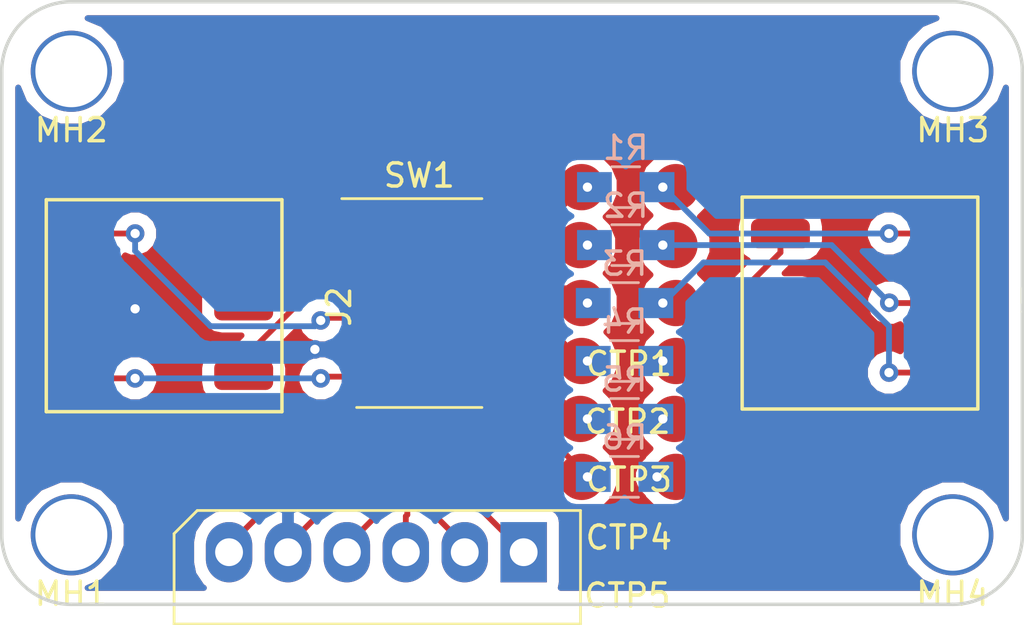
<source format=kicad_pcb>
(kicad_pcb (version 20171130) (host pcbnew "(5.0.0)")

  (general
    (thickness 1.6)
    (drawings 9)
    (tracks 121)
    (zones 0)
    (modules 20)
    (nets 19)
  )

  (page A4)
  (layers
    (0 F.Cu signal)
    (31 B.Cu signal)
    (32 B.Adhes user)
    (33 F.Adhes user)
    (34 B.Paste user)
    (35 F.Paste user)
    (36 B.SilkS user)
    (37 F.SilkS user hide)
    (38 B.Mask user)
    (39 F.Mask user)
    (40 Dwgs.User user)
    (41 Cmts.User user)
    (42 Eco1.User user)
    (43 Eco2.User user)
    (44 Edge.Cuts user)
    (45 Margin user)
    (46 B.CrtYd user)
    (47 F.CrtYd user hide)
    (48 B.Fab user)
    (49 F.Fab user hide)
  )

  (setup
    (last_trace_width 0.25)
    (trace_clearance 0.2)
    (zone_clearance 0.508)
    (zone_45_only no)
    (trace_min 0.2)
    (segment_width 0.2)
    (edge_width 0.15)
    (via_size 0.8)
    (via_drill 0.4)
    (via_min_size 0.4)
    (via_min_drill 0.3)
    (uvia_size 0.3)
    (uvia_drill 0.1)
    (uvias_allowed no)
    (uvia_min_size 0.2)
    (uvia_min_drill 0.1)
    (pcb_text_width 0.3)
    (pcb_text_size 1.5 1.5)
    (mod_edge_width 0.15)
    (mod_text_size 1 1)
    (mod_text_width 0.15)
    (pad_size 1.524 1.524)
    (pad_drill 0.762)
    (pad_to_mask_clearance 0.2)
    (aux_axis_origin 0 0)
    (visible_elements 7FFFFFDF)
    (pcbplotparams
      (layerselection 0x010fc_ffffffff)
      (usegerberextensions false)
      (usegerberattributes false)
      (usegerberadvancedattributes false)
      (creategerberjobfile false)
      (excludeedgelayer true)
      (linewidth 0.100000)
      (plotframeref false)
      (viasonmask false)
      (mode 1)
      (useauxorigin false)
      (hpglpennumber 1)
      (hpglpenspeed 20)
      (hpglpendiameter 15.000000)
      (psnegative false)
      (psa4output false)
      (plotreference true)
      (plotvalue true)
      (plotinvisibletext false)
      (padsonsilk false)
      (subtractmaskfromsilk false)
      (outputformat 1)
      (mirror false)
      (drillshape 1)
      (scaleselection 1)
      (outputdirectory ""))
  )

  (net 0 "")
  (net 1 IN_6)
  (net 2 IN_5)
  (net 3 IN_4)
  (net 4 IN_3)
  (net 5 IN_2)
  (net 6 IN_1)
  (net 7 OUT_1)
  (net 8 OUT_2)
  (net 9 OUT_3)
  (net 10 OUT_4)
  (net 11 OUT_5)
  (net 12 OUT_6)
  (net 13 HI_1)
  (net 14 HI_2)
  (net 15 HI_3)
  (net 16 HI_4)
  (net 17 HI_5)
  (net 18 HI_6)

  (net_class Default "This is the default net class."
    (clearance 0.2)
    (trace_width 0.25)
    (via_dia 0.8)
    (via_drill 0.4)
    (uvia_dia 0.3)
    (uvia_drill 0.1)
    (add_net HI_1)
    (add_net HI_2)
    (add_net HI_3)
    (add_net HI_4)
    (add_net HI_5)
    (add_net HI_6)
    (add_net IN_1)
    (add_net IN_2)
    (add_net IN_3)
    (add_net IN_4)
    (add_net IN_5)
    (add_net IN_6)
    (add_net OUT_1)
    (add_net OUT_2)
    (add_net OUT_3)
    (add_net OUT_4)
    (add_net OUT_5)
    (add_net OUT_6)
  )

  (module Connectors_Molex:Molex_SPOX-5267_22-03-5065_06x2.54mm_Straight (layer F.Cu) (tedit 588F20AE) (tstamp 5BAF7709)
    (at 46.5 47.75 180)
    (descr "Connector Headers with Friction Lock, 22-03-5065, http://www.molex.com/pdm_docs/ps/PS-5264-001-001.pdf")
    (tags "connector molex SPOX 5267 22-03-5065")
    (path /5BACFFCB)
    (fp_text reference J1 (at 6.35 -3.81 180) (layer F.SilkS)
      (effects (font (size 1 1) (thickness 0.15)))
    )
    (fp_text value Conn_01x06_Male (at 6.35 2.54 180) (layer F.Fab)
      (effects (font (size 1 1) (thickness 0.15)))
    )
    (fp_line (start -2.35 -3) (end -2.35 1.7) (layer F.Fab) (width 0.1))
    (fp_line (start -2.35 1.7) (end 13.97 1.7) (layer F.Fab) (width 0.1))
    (fp_line (start 13.97 1.7) (end 14.97 0.7) (layer F.Fab) (width 0.1))
    (fp_line (start 14.97 0.7) (end 14.97 -3) (layer F.Fab) (width 0.1))
    (fp_line (start 14.97 -3) (end -2.35 -3) (layer F.Fab) (width 0.1))
    (fp_line (start 15.12 1.85) (end -2.5 1.85) (layer F.CrtYd) (width 0.05))
    (fp_line (start 15.12 -3.15) (end 15.12 1.85) (layer F.CrtYd) (width 0.05))
    (fp_line (start -2.5 -3.15) (end 15.12 -3.15) (layer F.CrtYd) (width 0.05))
    (fp_line (start -2.5 1.85) (end -2.5 -3.15) (layer F.CrtYd) (width 0.05))
    (fp_line (start 15.07 -3.1) (end -2.45 -3.1) (layer F.SilkS) (width 0.12))
    (fp_line (start 15.07 0.8) (end 15.07 -3.1) (layer F.SilkS) (width 0.12))
    (fp_line (start -2.45 1.8) (end 14.07 1.8) (layer F.SilkS) (width 0.12))
    (fp_line (start -2.45 -3.1) (end -2.45 1.8) (layer F.SilkS) (width 0.12))
    (fp_line (start 14.07 1.8) (end 15.07 0.8) (layer F.SilkS) (width 0.12))
    (pad 6 thru_hole oval (at 12.7 0 180) (size 2 2.6) (drill 1.2) (layers *.Cu *.Mask)
      (net 1 IN_6))
    (pad 5 thru_hole oval (at 10.16 0 180) (size 2 2.6) (drill 1.2) (layers *.Cu *.Mask)
      (net 2 IN_5))
    (pad 4 thru_hole oval (at 7.62 0 180) (size 2 2.6) (drill 1.2) (layers *.Cu *.Mask)
      (net 3 IN_4))
    (pad 3 thru_hole oval (at 5.08 0 180) (size 2 2.6) (drill 1.2) (layers *.Cu *.Mask)
      (net 4 IN_3))
    (pad 2 thru_hole oval (at 2.54 0 180) (size 2 2.6) (drill 1.2) (layers *.Cu *.Mask)
      (net 5 IN_2))
    (pad 1 thru_hole rect (at 0 0 180) (size 2 2.6) (drill 1.2) (layers *.Cu *.Mask)
      (net 6 IN_1))
    (model ${KISYS3DMOD}/Connectors_Molex.3dshapes/Molex_SPOX-5267_22-03-5065_06x2.54mm_Straight.wrl
      (offset (xyz 6.349999904632568 0.5999987909889222 2.899994156446457))
      (scale (xyz 1 1 1))
      (rotate (xyz -90 0 180))
    )
  )

  (module Buttons_Switches_SMD:SW_DIP_x6_W5.08mm_Slide_Copal_CHS-A (layer F.Cu) (tedit 59AC4BEE) (tstamp 5BAF7743)
    (at 42 37)
    (descr "6x-dip-switch, Slide, row spacing 5.08 mm (200 mils), Copal_CHS-A")
    (tags "DIP Switch Slide 5.08mm 200mil Copal_CHS-A")
    (path /5BACFE40)
    (attr smd)
    (fp_text reference SW1 (at 0 -5.505) (layer F.SilkS)
      (effects (font (size 1 1) (thickness 0.15)))
    )
    (fp_text value SW_DIP_x06 (at 0 5.505) (layer F.Fab)
      (effects (font (size 1 1) (thickness 0.15)))
    )
    (fp_text user %R (at 2.1 0 90) (layer F.Fab)
      (effects (font (size 0.8 0.8) (thickness 0.15)))
    )
    (fp_line (start 3.6 -4.8) (end -3.6 -4.8) (layer F.CrtYd) (width 0.05))
    (fp_line (start 3.6 4.8) (end 3.6 -4.8) (layer F.CrtYd) (width 0.05))
    (fp_line (start -3.6 4.8) (end 3.6 4.8) (layer F.CrtYd) (width 0.05))
    (fp_line (start -3.6 -4.8) (end -3.6 4.8) (layer F.CrtYd) (width 0.05))
    (fp_line (start -2.7 4.505) (end 2.7 4.505) (layer F.SilkS) (width 0.12))
    (fp_line (start -3.34 -4.505) (end 2.7 -4.505) (layer F.SilkS) (width 0.12))
    (fp_line (start 0 2.925) (end 0 3.425) (layer F.Fab) (width 0.1))
    (fp_line (start 1.5 2.925) (end -1.5 2.925) (layer F.Fab) (width 0.1))
    (fp_line (start 1.5 3.425) (end 1.5 2.925) (layer F.Fab) (width 0.1))
    (fp_line (start -1.5 3.425) (end 1.5 3.425) (layer F.Fab) (width 0.1))
    (fp_line (start -1.5 2.925) (end -1.5 3.425) (layer F.Fab) (width 0.1))
    (fp_line (start 0 1.655) (end 0 2.155) (layer F.Fab) (width 0.1))
    (fp_line (start 1.5 1.655) (end -1.5 1.655) (layer F.Fab) (width 0.1))
    (fp_line (start 1.5 2.155) (end 1.5 1.655) (layer F.Fab) (width 0.1))
    (fp_line (start -1.5 2.155) (end 1.5 2.155) (layer F.Fab) (width 0.1))
    (fp_line (start -1.5 1.655) (end -1.5 2.155) (layer F.Fab) (width 0.1))
    (fp_line (start 0 0.385) (end 0 0.885) (layer F.Fab) (width 0.1))
    (fp_line (start 1.5 0.385) (end -1.5 0.385) (layer F.Fab) (width 0.1))
    (fp_line (start 1.5 0.885) (end 1.5 0.385) (layer F.Fab) (width 0.1))
    (fp_line (start -1.5 0.885) (end 1.5 0.885) (layer F.Fab) (width 0.1))
    (fp_line (start -1.5 0.385) (end -1.5 0.885) (layer F.Fab) (width 0.1))
    (fp_line (start 0 -0.885) (end 0 -0.385) (layer F.Fab) (width 0.1))
    (fp_line (start 1.5 -0.885) (end -1.5 -0.885) (layer F.Fab) (width 0.1))
    (fp_line (start 1.5 -0.385) (end 1.5 -0.885) (layer F.Fab) (width 0.1))
    (fp_line (start -1.5 -0.385) (end 1.5 -0.385) (layer F.Fab) (width 0.1))
    (fp_line (start -1.5 -0.885) (end -1.5 -0.385) (layer F.Fab) (width 0.1))
    (fp_line (start 0 -2.155) (end 0 -1.655) (layer F.Fab) (width 0.1))
    (fp_line (start 1.5 -2.155) (end -1.5 -2.155) (layer F.Fab) (width 0.1))
    (fp_line (start 1.5 -1.655) (end 1.5 -2.155) (layer F.Fab) (width 0.1))
    (fp_line (start -1.5 -1.655) (end 1.5 -1.655) (layer F.Fab) (width 0.1))
    (fp_line (start -1.5 -2.155) (end -1.5 -1.655) (layer F.Fab) (width 0.1))
    (fp_line (start 0 -3.425) (end 0 -2.925) (layer F.Fab) (width 0.1))
    (fp_line (start 1.5 -3.425) (end -1.5 -3.425) (layer F.Fab) (width 0.1))
    (fp_line (start 1.5 -2.925) (end 1.5 -3.425) (layer F.Fab) (width 0.1))
    (fp_line (start -1.5 -2.925) (end 1.5 -2.925) (layer F.Fab) (width 0.1))
    (fp_line (start -1.5 -3.425) (end -1.5 -2.925) (layer F.Fab) (width 0.1))
    (fp_line (start -2.7 -3.445) (end -1.7 -4.445) (layer F.Fab) (width 0.1))
    (fp_line (start -2.7 4.445) (end -2.7 -3.445) (layer F.Fab) (width 0.1))
    (fp_line (start 2.7 4.445) (end -2.7 4.445) (layer F.Fab) (width 0.1))
    (fp_line (start 2.7 -4.445) (end 2.7 4.445) (layer F.Fab) (width 0.1))
    (fp_line (start -1.7 -4.445) (end 2.7 -4.445) (layer F.Fab) (width 0.1))
    (pad 12 smd rect (at 2.54 -3.175) (size 1.6 0.76) (layers F.Cu F.Paste F.Mask)
      (net 13 HI_1))
    (pad 6 smd rect (at -2.54 3.175) (size 1.6 0.76) (layers F.Cu F.Paste F.Mask)
      (net 1 IN_6))
    (pad 11 smd rect (at 2.54 -1.905) (size 1.6 0.76) (layers F.Cu F.Paste F.Mask)
      (net 14 HI_2))
    (pad 5 smd rect (at -2.54 1.905) (size 1.6 0.76) (layers F.Cu F.Paste F.Mask)
      (net 2 IN_5))
    (pad 10 smd rect (at 2.54 -0.635) (size 1.6 0.76) (layers F.Cu F.Paste F.Mask)
      (net 15 HI_3))
    (pad 4 smd rect (at -2.54 0.635) (size 1.6 0.76) (layers F.Cu F.Paste F.Mask)
      (net 3 IN_4))
    (pad 9 smd rect (at 2.54 0.635) (size 1.6 0.76) (layers F.Cu F.Paste F.Mask)
      (net 16 HI_4))
    (pad 3 smd rect (at -2.54 -0.635) (size 1.6 0.76) (layers F.Cu F.Paste F.Mask)
      (net 4 IN_3))
    (pad 8 smd rect (at 2.54 1.905) (size 1.6 0.76) (layers F.Cu F.Paste F.Mask)
      (net 17 HI_5))
    (pad 2 smd rect (at -2.54 -1.905) (size 1.6 0.76) (layers F.Cu F.Paste F.Mask)
      (net 5 IN_2))
    (pad 7 smd rect (at 2.54 3.175) (size 1.6 0.76) (layers F.Cu F.Paste F.Mask)
      (net 18 HI_6))
    (pad 1 smd rect (at -2.54 -3.175) (size 1.6 0.76) (layers F.Cu F.Paste F.Mask)
      (net 6 IN_1))
    (model ${KISYS3DMOD}/Buttons_Switches_SMD.3dshapes/SW_DIP_x6_W5.08mm_Slide_Copal_CHS-A.wrl
      (at (xyz 0 0 0))
      (scale (xyz 1 1 1))
      (rotate (xyz 0 0 0))
    )
  )

  (module biomaker:Current_test_point (layer F.Cu) (tedit 5BAD24BF) (tstamp 5BB2DDAF)
    (at 51.032 32)
    (path /5BAD331B)
    (fp_text reference CTP1 (at 0 7.62) (layer F.SilkS)
      (effects (font (size 1 1) (thickness 0.15)))
    )
    (fp_text value current_test (at 0 -9.652) (layer F.Fab)
      (effects (font (size 1 1) (thickness 0.15)))
    )
    (pad 2 smd circle (at 2.032 0) (size 2 2) (layers F.Cu F.Paste F.Mask)
      (net 7 OUT_1))
    (pad 1 smd circle (at -2.032 0) (size 2 2) (layers F.Cu F.Paste F.Mask)
      (net 13 HI_1))
  )

  (module biomaker:Current_test_point (layer F.Cu) (tedit 5BAD24BF) (tstamp 5BB2DDB5)
    (at 50.968 34.5)
    (path /5BAD346F)
    (fp_text reference CTP2 (at 0 7.62) (layer F.SilkS)
      (effects (font (size 1 1) (thickness 0.15)))
    )
    (fp_text value current_test (at 0 -9.652) (layer F.Fab)
      (effects (font (size 1 1) (thickness 0.15)))
    )
    (pad 1 smd circle (at -2.032 0) (size 2 2) (layers F.Cu F.Paste F.Mask)
      (net 14 HI_2))
    (pad 2 smd circle (at 2.032 0) (size 2 2) (layers F.Cu F.Paste F.Mask)
      (net 8 OUT_2))
  )

  (module biomaker:Current_test_point (layer F.Cu) (tedit 5BAD24BF) (tstamp 5BB2DDBB)
    (at 51.032 37)
    (path /5BAD34C3)
    (fp_text reference CTP3 (at 0 7.62) (layer F.SilkS)
      (effects (font (size 1 1) (thickness 0.15)))
    )
    (fp_text value current_test (at 0 -9.652) (layer F.Fab)
      (effects (font (size 1 1) (thickness 0.15)))
    )
    (pad 2 smd circle (at 2.032 0) (size 2 2) (layers F.Cu F.Paste F.Mask)
      (net 9 OUT_3))
    (pad 1 smd circle (at -2.032 0) (size 2 2) (layers F.Cu F.Paste F.Mask)
      (net 15 HI_3))
  )

  (module biomaker:Current_test_point (layer F.Cu) (tedit 5BAD24BF) (tstamp 5BB2DDC1)
    (at 51.032 39.5)
    (path /5BAD3501)
    (fp_text reference CTP4 (at 0 7.62) (layer F.SilkS)
      (effects (font (size 1 1) (thickness 0.15)))
    )
    (fp_text value current_test (at 0 -9.652) (layer F.Fab)
      (effects (font (size 1 1) (thickness 0.15)))
    )
    (pad 1 smd circle (at -2.032 0) (size 2 2) (layers F.Cu F.Paste F.Mask)
      (net 16 HI_4))
    (pad 2 smd circle (at 2.032 0) (size 2 2) (layers F.Cu F.Paste F.Mask)
      (net 10 OUT_4))
  )

  (module biomaker:Current_test_point (layer F.Cu) (tedit 5BAD24BF) (tstamp 5BB2DDC7)
    (at 50.968 42)
    (path /5BAD3541)
    (fp_text reference CTP5 (at 0 7.62) (layer F.SilkS)
      (effects (font (size 1 1) (thickness 0.15)))
    )
    (fp_text value current_test (at 0 -9.652) (layer F.Fab)
      (effects (font (size 1 1) (thickness 0.15)))
    )
    (pad 2 smd circle (at 2.032 0) (size 2 2) (layers F.Cu F.Paste F.Mask)
      (net 11 OUT_5))
    (pad 1 smd circle (at -2.032 0) (size 2 2) (layers F.Cu F.Paste F.Mask)
      (net 17 HI_5))
  )

  (module biomaker:Current_test_point (layer F.Cu) (tedit 5BAD24BF) (tstamp 5BB2DDCD)
    (at 51.032 44.5)
    (path /5BAD358B)
    (fp_text reference CTP6 (at 0 7.62) (layer F.SilkS)
      (effects (font (size 1 1) (thickness 0.15)))
    )
    (fp_text value current_test (at 0 -9.652) (layer F.Fab)
      (effects (font (size 1 1) (thickness 0.15)))
    )
    (pad 1 smd circle (at -2.032 0) (size 2 2) (layers F.Cu F.Paste F.Mask)
      (net 18 HI_6))
    (pad 2 smd circle (at 2.032 0) (size 2 2) (layers F.Cu F.Paste F.Mask)
      (net 12 OUT_6))
  )

  (module biomaker:molex_microfit_3_by_2 (layer F.Cu) (tedit 5BAD02A2) (tstamp 5BB2DDDD)
    (at 31 37.115 90)
    (path /5BAE8AB9)
    (fp_text reference J2 (at -0.04 7.54 90) (layer F.SilkS)
      (effects (font (size 1 1) (thickness 0.15)))
    )
    (fp_text value molex_micro_fit_3*2 (at 0.05 -8.81 90) (layer F.Fab) hide
      (effects (font (size 1 1) (thickness 0.15)))
    )
    (fp_line (start -4.572 5.08) (end -4.572 -5.08) (layer F.SilkS) (width 0.15))
    (fp_line (start 4.572 5.08) (end -4.572 5.08) (layer F.SilkS) (width 0.15))
    (fp_line (start 4.572 -5.08) (end 4.572 5.08) (layer F.SilkS) (width 0.15))
    (fp_line (start -4.572 -5.08) (end 4.572 -5.08) (layer F.SilkS) (width 0.15))
    (pad "" smd rect (at -6.885 0 90) (size 3.43 1.65) (layers F.Cu F.Paste F.Mask))
    (pad "" smd rect (at 6.885 0 90) (size 3.43 1.65) (layers F.Cu F.Paste F.Mask))
    (pad 3 smd roundrect (at -3 3.43 90) (size 1.27 2.54) (layers F.Cu F.Paste F.Mask) (roundrect_rratio 0.25)
      (net 4 IN_3))
    (pad 2 smd roundrect (at 0 3.43 90) (size 1.27 2.54) (layers F.Cu F.Paste F.Mask) (roundrect_rratio 0.25)
      (net 5 IN_2))
    (pad 1 smd rect (at 3 3.43 90) (size 1.27 2.54) (layers F.Cu F.Paste F.Mask)
      (net 6 IN_1))
    (pad 4 smd roundrect (at 3 -3.43 90) (size 1.27 2.54) (layers F.Cu F.Paste F.Mask) (roundrect_rratio 0.25)
      (net 3 IN_4))
    (pad 5 smd roundrect (at 0 -3.43 90) (size 1.27 2.54) (layers F.Cu F.Paste F.Mask) (roundrect_rratio 0.25)
      (net 2 IN_5))
    (pad 6 smd roundrect (at -3 -3.43 90) (size 1.27 2.54) (layers F.Cu F.Paste F.Mask) (roundrect_rratio 0.25)
      (net 1 IN_6))
  )

  (module biomaker:molex_microfit_3_by_2 (layer F.Cu) (tedit 5BAD02A2) (tstamp 5BB2DDED)
    (at 61 37 90)
    (path /5BAE8BBC)
    (fp_text reference J3 (at -0.04 7.54 90) (layer F.SilkS)
      (effects (font (size 1 1) (thickness 0.15)))
    )
    (fp_text value molex_micro_fit_3*2 (at 0.05 -8.81 90) (layer F.Fab) hide
      (effects (font (size 1 1) (thickness 0.15)))
    )
    (fp_line (start -4.572 -5.08) (end 4.572 -5.08) (layer F.SilkS) (width 0.15))
    (fp_line (start 4.572 -5.08) (end 4.572 5.08) (layer F.SilkS) (width 0.15))
    (fp_line (start 4.572 5.08) (end -4.572 5.08) (layer F.SilkS) (width 0.15))
    (fp_line (start -4.572 5.08) (end -4.572 -5.08) (layer F.SilkS) (width 0.15))
    (pad 6 smd roundrect (at -3 -3.43 90) (size 1.27 2.54) (layers F.Cu F.Paste F.Mask) (roundrect_rratio 0.25)
      (net 12 OUT_6))
    (pad 5 smd roundrect (at 0 -3.43 90) (size 1.27 2.54) (layers F.Cu F.Paste F.Mask) (roundrect_rratio 0.25)
      (net 11 OUT_5))
    (pad 4 smd roundrect (at 3 -3.43 90) (size 1.27 2.54) (layers F.Cu F.Paste F.Mask) (roundrect_rratio 0.25)
      (net 10 OUT_4))
    (pad 1 smd rect (at 3 3.43 90) (size 1.27 2.54) (layers F.Cu F.Paste F.Mask)
      (net 7 OUT_1))
    (pad 2 smd roundrect (at 0 3.43 90) (size 1.27 2.54) (layers F.Cu F.Paste F.Mask) (roundrect_rratio 0.25)
      (net 8 OUT_2))
    (pad 3 smd roundrect (at -3 3.43 90) (size 1.27 2.54) (layers F.Cu F.Paste F.Mask) (roundrect_rratio 0.25)
      (net 9 OUT_3))
    (pad "" smd rect (at 6.885 0 90) (size 3.43 1.65) (layers F.Cu F.Paste F.Mask))
    (pad "" smd rect (at -6.885 0 90) (size 3.43 1.65) (layers F.Cu F.Paste F.Mask))
  )

  (module biomaker:3.1_hole (layer F.Cu) (tedit 5AD7871E) (tstamp 5BB2DDF2)
    (at 27 47)
    (path /5BAD078B)
    (fp_text reference MH1 (at 0 2.54) (layer F.SilkS)
      (effects (font (size 1 1) (thickness 0.15)))
    )
    (fp_text value MountingHole_Pad (at 0 -2.54) (layer F.Fab)
      (effects (font (size 1 1) (thickness 0.15)))
    )
    (pad 1 thru_hole circle (at 0 0) (size 3.5 3.5) (drill 3.1) (layers *.Cu *.Mask))
  )

  (module biomaker:3.1_hole (layer F.Cu) (tedit 5AD7871E) (tstamp 5BB2DDF7)
    (at 27 27)
    (path /5BAD07C1)
    (fp_text reference MH2 (at 0 2.54) (layer F.SilkS)
      (effects (font (size 1 1) (thickness 0.15)))
    )
    (fp_text value MountingHole_Pad (at 0 -2.54) (layer F.Fab)
      (effects (font (size 1 1) (thickness 0.15)))
    )
    (pad 1 thru_hole circle (at 0 0) (size 3.5 3.5) (drill 3.1) (layers *.Cu *.Mask))
  )

  (module biomaker:3.1_hole (layer F.Cu) (tedit 5AD7871E) (tstamp 5BB2DDFC)
    (at 65 27)
    (path /5BAD07E5)
    (fp_text reference MH3 (at 0 2.54) (layer F.SilkS)
      (effects (font (size 1 1) (thickness 0.15)))
    )
    (fp_text value MountingHole_Pad (at 0 -2.54) (layer F.Fab)
      (effects (font (size 1 1) (thickness 0.15)))
    )
    (pad 1 thru_hole circle (at 0 0) (size 3.5 3.5) (drill 3.1) (layers *.Cu *.Mask))
  )

  (module biomaker:3.1_hole (layer F.Cu) (tedit 5AD7871E) (tstamp 5BB2DE01)
    (at 65 47)
    (path /5BAD080B)
    (fp_text reference MH4 (at 0 2.54) (layer F.SilkS)
      (effects (font (size 1 1) (thickness 0.15)))
    )
    (fp_text value MountingHole_Pad (at 0 -2.54) (layer F.Fab)
      (effects (font (size 1 1) (thickness 0.15)))
    )
    (pad 1 thru_hole circle (at 0 0) (size 3.5 3.5) (drill 3.1) (layers *.Cu *.Mask))
  )

  (module Resistors_SMD:R_0805_HandSoldering (layer B.Cu) (tedit 58E0A804) (tstamp 5BB2DE12)
    (at 50.9 32 180)
    (descr "Resistor SMD 0805, hand soldering")
    (tags "resistor 0805")
    (path /5BAD1C5D)
    (attr smd)
    (fp_text reference R1 (at 0 1.7 180) (layer B.SilkS)
      (effects (font (size 1 1) (thickness 0.15)) (justify mirror))
    )
    (fp_text value 1R (at 0 -1.75 180) (layer B.Fab)
      (effects (font (size 1 1) (thickness 0.15)) (justify mirror))
    )
    (fp_text user %R (at 0 0 180) (layer B.Fab)
      (effects (font (size 0.5 0.5) (thickness 0.075)) (justify mirror))
    )
    (fp_line (start -1 -0.62) (end -1 0.62) (layer B.Fab) (width 0.1))
    (fp_line (start 1 -0.62) (end -1 -0.62) (layer B.Fab) (width 0.1))
    (fp_line (start 1 0.62) (end 1 -0.62) (layer B.Fab) (width 0.1))
    (fp_line (start -1 0.62) (end 1 0.62) (layer B.Fab) (width 0.1))
    (fp_line (start 0.6 -0.88) (end -0.6 -0.88) (layer B.SilkS) (width 0.12))
    (fp_line (start -0.6 0.88) (end 0.6 0.88) (layer B.SilkS) (width 0.12))
    (fp_line (start -2.35 0.9) (end 2.35 0.9) (layer B.CrtYd) (width 0.05))
    (fp_line (start -2.35 0.9) (end -2.35 -0.9) (layer B.CrtYd) (width 0.05))
    (fp_line (start 2.35 -0.9) (end 2.35 0.9) (layer B.CrtYd) (width 0.05))
    (fp_line (start 2.35 -0.9) (end -2.35 -0.9) (layer B.CrtYd) (width 0.05))
    (pad 1 smd rect (at -1.35 0 180) (size 1.5 1.3) (layers B.Cu B.Paste B.Mask)
      (net 7 OUT_1))
    (pad 2 smd rect (at 1.35 0 180) (size 1.5 1.3) (layers B.Cu B.Paste B.Mask)
      (net 13 HI_1))
    (model ${KISYS3DMOD}/Resistors_SMD.3dshapes/R_0805.wrl
      (at (xyz 0 0 0))
      (scale (xyz 1 1 1))
      (rotate (xyz 0 0 0))
    )
  )

  (module Resistors_SMD:R_0805_HandSoldering (layer B.Cu) (tedit 58E0A804) (tstamp 5BB2DE23)
    (at 50.9 34.5 180)
    (descr "Resistor SMD 0805, hand soldering")
    (tags "resistor 0805")
    (path /5BAD1FEF)
    (attr smd)
    (fp_text reference R2 (at 0 1.7 180) (layer B.SilkS)
      (effects (font (size 1 1) (thickness 0.15)) (justify mirror))
    )
    (fp_text value 1R (at 0 -1.75 180) (layer B.Fab)
      (effects (font (size 1 1) (thickness 0.15)) (justify mirror))
    )
    (fp_line (start 2.35 -0.9) (end -2.35 -0.9) (layer B.CrtYd) (width 0.05))
    (fp_line (start 2.35 -0.9) (end 2.35 0.9) (layer B.CrtYd) (width 0.05))
    (fp_line (start -2.35 0.9) (end -2.35 -0.9) (layer B.CrtYd) (width 0.05))
    (fp_line (start -2.35 0.9) (end 2.35 0.9) (layer B.CrtYd) (width 0.05))
    (fp_line (start -0.6 0.88) (end 0.6 0.88) (layer B.SilkS) (width 0.12))
    (fp_line (start 0.6 -0.88) (end -0.6 -0.88) (layer B.SilkS) (width 0.12))
    (fp_line (start -1 0.62) (end 1 0.62) (layer B.Fab) (width 0.1))
    (fp_line (start 1 0.62) (end 1 -0.62) (layer B.Fab) (width 0.1))
    (fp_line (start 1 -0.62) (end -1 -0.62) (layer B.Fab) (width 0.1))
    (fp_line (start -1 -0.62) (end -1 0.62) (layer B.Fab) (width 0.1))
    (fp_text user %R (at 0 0 180) (layer B.Fab)
      (effects (font (size 0.5 0.5) (thickness 0.075)) (justify mirror))
    )
    (pad 2 smd rect (at 1.35 0 180) (size 1.5 1.3) (layers B.Cu B.Paste B.Mask)
      (net 14 HI_2))
    (pad 1 smd rect (at -1.35 0 180) (size 1.5 1.3) (layers B.Cu B.Paste B.Mask)
      (net 8 OUT_2))
    (model ${KISYS3DMOD}/Resistors_SMD.3dshapes/R_0805.wrl
      (at (xyz 0 0 0))
      (scale (xyz 1 1 1))
      (rotate (xyz 0 0 0))
    )
  )

  (module Resistors_SMD:R_0805_HandSoldering (layer B.Cu) (tedit 58E0A804) (tstamp 5BB2DE34)
    (at 50.85 37 180)
    (descr "Resistor SMD 0805, hand soldering")
    (tags "resistor 0805")
    (path /5BAD2013)
    (attr smd)
    (fp_text reference R3 (at 0 1.7 180) (layer B.SilkS)
      (effects (font (size 1 1) (thickness 0.15)) (justify mirror))
    )
    (fp_text value 1R (at 0 -1.75 180) (layer B.Fab)
      (effects (font (size 1 1) (thickness 0.15)) (justify mirror))
    )
    (fp_text user %R (at 0 0 180) (layer B.Fab)
      (effects (font (size 0.5 0.5) (thickness 0.075)) (justify mirror))
    )
    (fp_line (start -1 -0.62) (end -1 0.62) (layer B.Fab) (width 0.1))
    (fp_line (start 1 -0.62) (end -1 -0.62) (layer B.Fab) (width 0.1))
    (fp_line (start 1 0.62) (end 1 -0.62) (layer B.Fab) (width 0.1))
    (fp_line (start -1 0.62) (end 1 0.62) (layer B.Fab) (width 0.1))
    (fp_line (start 0.6 -0.88) (end -0.6 -0.88) (layer B.SilkS) (width 0.12))
    (fp_line (start -0.6 0.88) (end 0.6 0.88) (layer B.SilkS) (width 0.12))
    (fp_line (start -2.35 0.9) (end 2.35 0.9) (layer B.CrtYd) (width 0.05))
    (fp_line (start -2.35 0.9) (end -2.35 -0.9) (layer B.CrtYd) (width 0.05))
    (fp_line (start 2.35 -0.9) (end 2.35 0.9) (layer B.CrtYd) (width 0.05))
    (fp_line (start 2.35 -0.9) (end -2.35 -0.9) (layer B.CrtYd) (width 0.05))
    (pad 1 smd rect (at -1.35 0 180) (size 1.5 1.3) (layers B.Cu B.Paste B.Mask)
      (net 9 OUT_3))
    (pad 2 smd rect (at 1.35 0 180) (size 1.5 1.3) (layers B.Cu B.Paste B.Mask)
      (net 15 HI_3))
    (model ${KISYS3DMOD}/Resistors_SMD.3dshapes/R_0805.wrl
      (at (xyz 0 0 0))
      (scale (xyz 1 1 1))
      (rotate (xyz 0 0 0))
    )
  )

  (module Resistors_SMD:R_0805_HandSoldering (layer B.Cu) (tedit 58E0A804) (tstamp 5BB2DE45)
    (at 50.85 39.5 180)
    (descr "Resistor SMD 0805, hand soldering")
    (tags "resistor 0805")
    (path /5BAD208F)
    (attr smd)
    (fp_text reference R4 (at 0 1.7 180) (layer B.SilkS)
      (effects (font (size 1 1) (thickness 0.15)) (justify mirror))
    )
    (fp_text value 1R (at 0 -1.75 180) (layer B.Fab)
      (effects (font (size 1 1) (thickness 0.15)) (justify mirror))
    )
    (fp_text user %R (at 0 0 180) (layer B.Fab)
      (effects (font (size 0.5 0.5) (thickness 0.075)) (justify mirror))
    )
    (fp_line (start -1 -0.62) (end -1 0.62) (layer B.Fab) (width 0.1))
    (fp_line (start 1 -0.62) (end -1 -0.62) (layer B.Fab) (width 0.1))
    (fp_line (start 1 0.62) (end 1 -0.62) (layer B.Fab) (width 0.1))
    (fp_line (start -1 0.62) (end 1 0.62) (layer B.Fab) (width 0.1))
    (fp_line (start 0.6 -0.88) (end -0.6 -0.88) (layer B.SilkS) (width 0.12))
    (fp_line (start -0.6 0.88) (end 0.6 0.88) (layer B.SilkS) (width 0.12))
    (fp_line (start -2.35 0.9) (end 2.35 0.9) (layer B.CrtYd) (width 0.05))
    (fp_line (start -2.35 0.9) (end -2.35 -0.9) (layer B.CrtYd) (width 0.05))
    (fp_line (start 2.35 -0.9) (end 2.35 0.9) (layer B.CrtYd) (width 0.05))
    (fp_line (start 2.35 -0.9) (end -2.35 -0.9) (layer B.CrtYd) (width 0.05))
    (pad 1 smd rect (at -1.35 0 180) (size 1.5 1.3) (layers B.Cu B.Paste B.Mask)
      (net 10 OUT_4))
    (pad 2 smd rect (at 1.35 0 180) (size 1.5 1.3) (layers B.Cu B.Paste B.Mask)
      (net 16 HI_4))
    (model ${KISYS3DMOD}/Resistors_SMD.3dshapes/R_0805.wrl
      (at (xyz 0 0 0))
      (scale (xyz 1 1 1))
      (rotate (xyz 0 0 0))
    )
  )

  (module Resistors_SMD:R_0805_HandSoldering (layer B.Cu) (tedit 58E0A804) (tstamp 5BB2DE56)
    (at 50.85 42 180)
    (descr "Resistor SMD 0805, hand soldering")
    (tags "resistor 0805")
    (path /5BAD203D)
    (attr smd)
    (fp_text reference R5 (at 0 1.7 180) (layer B.SilkS)
      (effects (font (size 1 1) (thickness 0.15)) (justify mirror))
    )
    (fp_text value 1R (at 0 -1.75 180) (layer B.Fab)
      (effects (font (size 1 1) (thickness 0.15)) (justify mirror))
    )
    (fp_line (start 2.35 -0.9) (end -2.35 -0.9) (layer B.CrtYd) (width 0.05))
    (fp_line (start 2.35 -0.9) (end 2.35 0.9) (layer B.CrtYd) (width 0.05))
    (fp_line (start -2.35 0.9) (end -2.35 -0.9) (layer B.CrtYd) (width 0.05))
    (fp_line (start -2.35 0.9) (end 2.35 0.9) (layer B.CrtYd) (width 0.05))
    (fp_line (start -0.6 0.88) (end 0.6 0.88) (layer B.SilkS) (width 0.12))
    (fp_line (start 0.6 -0.88) (end -0.6 -0.88) (layer B.SilkS) (width 0.12))
    (fp_line (start -1 0.62) (end 1 0.62) (layer B.Fab) (width 0.1))
    (fp_line (start 1 0.62) (end 1 -0.62) (layer B.Fab) (width 0.1))
    (fp_line (start 1 -0.62) (end -1 -0.62) (layer B.Fab) (width 0.1))
    (fp_line (start -1 -0.62) (end -1 0.62) (layer B.Fab) (width 0.1))
    (fp_text user %R (at 0 0 180) (layer B.Fab)
      (effects (font (size 0.5 0.5) (thickness 0.075)) (justify mirror))
    )
    (pad 2 smd rect (at 1.35 0 180) (size 1.5 1.3) (layers B.Cu B.Paste B.Mask)
      (net 17 HI_5))
    (pad 1 smd rect (at -1.35 0 180) (size 1.5 1.3) (layers B.Cu B.Paste B.Mask)
      (net 11 OUT_5))
    (model ${KISYS3DMOD}/Resistors_SMD.3dshapes/R_0805.wrl
      (at (xyz 0 0 0))
      (scale (xyz 1 1 1))
      (rotate (xyz 0 0 0))
    )
  )

  (module Resistors_SMD:R_0805_HandSoldering (layer B.Cu) (tedit 58E0A804) (tstamp 5BB2DE67)
    (at 50.85 44.5 180)
    (descr "Resistor SMD 0805, hand soldering")
    (tags "resistor 0805")
    (path /5BAD2065)
    (attr smd)
    (fp_text reference R6 (at 0 1.7 180) (layer B.SilkS)
      (effects (font (size 1 1) (thickness 0.15)) (justify mirror))
    )
    (fp_text value 1R (at 0 -1.75 180) (layer B.Fab)
      (effects (font (size 1 1) (thickness 0.15)) (justify mirror))
    )
    (fp_line (start 2.35 -0.9) (end -2.35 -0.9) (layer B.CrtYd) (width 0.05))
    (fp_line (start 2.35 -0.9) (end 2.35 0.9) (layer B.CrtYd) (width 0.05))
    (fp_line (start -2.35 0.9) (end -2.35 -0.9) (layer B.CrtYd) (width 0.05))
    (fp_line (start -2.35 0.9) (end 2.35 0.9) (layer B.CrtYd) (width 0.05))
    (fp_line (start -0.6 0.88) (end 0.6 0.88) (layer B.SilkS) (width 0.12))
    (fp_line (start 0.6 -0.88) (end -0.6 -0.88) (layer B.SilkS) (width 0.12))
    (fp_line (start -1 0.62) (end 1 0.62) (layer B.Fab) (width 0.1))
    (fp_line (start 1 0.62) (end 1 -0.62) (layer B.Fab) (width 0.1))
    (fp_line (start 1 -0.62) (end -1 -0.62) (layer B.Fab) (width 0.1))
    (fp_line (start -1 -0.62) (end -1 0.62) (layer B.Fab) (width 0.1))
    (fp_text user %R (at 0 0 180) (layer B.Fab)
      (effects (font (size 0.5 0.5) (thickness 0.075)) (justify mirror))
    )
    (pad 2 smd rect (at 1.35 0 180) (size 1.5 1.3) (layers B.Cu B.Paste B.Mask)
      (net 18 HI_6))
    (pad 1 smd rect (at -1.35 0 180) (size 1.5 1.3) (layers B.Cu B.Paste B.Mask)
      (net 12 OUT_6))
    (model ${KISYS3DMOD}/Resistors_SMD.3dshapes/R_0805.wrl
      (at (xyz 0 0 0))
      (scale (xyz 1 1 1))
      (rotate (xyz 0 0 0))
    )
  )

  (gr_text "1- SDA, 4- SCL\n2- 24V, 5- GND\n3- 1w Out, 6-NC" (at 40 28) (layer F.Cu)
    (effects (font (size 1 1) (thickness 0.25)))
  )
  (gr_line (start 27 50) (end 65 50) (layer Edge.Cuts) (width 0.15))
  (gr_line (start 24 27) (end 24 47) (layer Edge.Cuts) (width 0.15))
  (gr_line (start 65 24) (end 27 24) (layer Edge.Cuts) (width 0.15))
  (gr_line (start 68 47) (end 68 27) (layer Edge.Cuts) (width 0.15))
  (gr_arc (start 27 27) (end 27 24) (angle -90) (layer Edge.Cuts) (width 0.15))
  (gr_arc (start 27 47) (end 24 47) (angle -90) (layer Edge.Cuts) (width 0.15))
  (gr_arc (start 65 47) (end 65 50) (angle -90) (layer Edge.Cuts) (width 0.15))
  (gr_arc (start 65 27) (end 68 27) (angle -90) (layer Edge.Cuts) (width 0.15))

  (segment (start 33.8 47.45) (end 33.8 47.75) (width 0.25) (layer F.Cu) (net 1))
  (segment (start 39.46 40.175) (end 39.46 41.79) (width 0.25) (layer F.Cu) (net 1))
  (segment (start 39.46 41.79) (end 33.8 47.45) (width 0.25) (layer F.Cu) (net 1))
  (via (at 37.75 40.25) (size 0.8) (drill 0.4) (layers F.Cu B.Cu) (net 1))
  (segment (start 39.46 40.175) (end 37.825 40.175) (width 0.25) (layer F.Cu) (net 1))
  (segment (start 37.825 40.175) (end 37.75 40.25) (width 0.25) (layer F.Cu) (net 1))
  (via (at 29.75 40.25) (size 0.8) (drill 0.4) (layers F.Cu B.Cu) (net 1))
  (segment (start 37.75 40.25) (end 29.75 40.25) (width 0.25) (layer B.Cu) (net 1))
  (segment (start 27.705 40.25) (end 27.57 40.115) (width 0.25) (layer F.Cu) (net 1))
  (segment (start 29.75 40.25) (end 27.705 40.25) (width 0.25) (layer F.Cu) (net 1))
  (segment (start 39.88 38.905) (end 40.585001 39.610001) (width 0.25) (layer F.Cu) (net 2))
  (segment (start 40.585001 39.610001) (end 40.585001 43.204999) (width 0.25) (layer F.Cu) (net 2))
  (segment (start 40.585001 43.204999) (end 36.34 47.45) (width 0.25) (layer F.Cu) (net 2))
  (segment (start 36.34 47.45) (end 36.34 47.75) (width 0.25) (layer F.Cu) (net 2))
  (segment (start 39.46 38.905) (end 39.88 38.905) (width 0.25) (layer F.Cu) (net 2))
  (via (at 37.5 39) (size 0.8) (drill 0.4) (layers F.Cu B.Cu) (net 2))
  (segment (start 39.46 38.905) (end 37.595 38.905) (width 0.25) (layer F.Cu) (net 2))
  (segment (start 37.595 38.905) (end 37.5 39) (width 0.25) (layer F.Cu) (net 2))
  (via (at 29.75 37.25) (size 0.8) (drill 0.4) (layers F.Cu B.Cu) (net 2))
  (segment (start 27.705 37.25) (end 27.57 37.115) (width 0.25) (layer F.Cu) (net 2))
  (segment (start 29.75 37.25) (end 27.705 37.25) (width 0.25) (layer F.Cu) (net 2))
  (segment (start 37.5 39) (end 31.5 39) (width 0.25) (layer B.Cu) (net 2))
  (segment (start 31.5 39) (end 30.149999 37.649999) (width 0.25) (layer B.Cu) (net 2))
  (segment (start 30.149999 37.649999) (end 29.75 37.25) (width 0.25) (layer B.Cu) (net 2))
  (segment (start 40.649967 38.404967) (end 40.649967 38.963554) (width 0.25) (layer F.Cu) (net 3))
  (segment (start 41.035012 39.348599) (end 41.035012 45.294988) (width 0.25) (layer F.Cu) (net 3))
  (segment (start 40.649967 38.963554) (end 41.035012 39.348599) (width 0.25) (layer F.Cu) (net 3))
  (segment (start 39.88 37.635) (end 40.649967 38.404967) (width 0.25) (layer F.Cu) (net 3))
  (segment (start 38.88 47.45) (end 38.88 47.75) (width 0.25) (layer F.Cu) (net 3))
  (segment (start 41.035012 45.294988) (end 38.88 47.45) (width 0.25) (layer F.Cu) (net 3))
  (segment (start 39.46 37.635) (end 39.88 37.635) (width 0.25) (layer F.Cu) (net 3))
  (via (at 37.75 37.75) (size 0.8) (drill 0.4) (layers F.Cu B.Cu) (net 3))
  (segment (start 39.46 37.635) (end 37.865 37.635) (width 0.25) (layer F.Cu) (net 3))
  (segment (start 37.865 37.635) (end 37.75 37.75) (width 0.25) (layer F.Cu) (net 3))
  (via (at 29.75 34) (size 0.8) (drill 0.4) (layers F.Cu B.Cu) (net 3))
  (segment (start 27.685 34) (end 27.57 34.115) (width 0.25) (layer F.Cu) (net 3))
  (segment (start 29.75 34) (end 27.685 34) (width 0.25) (layer F.Cu) (net 3))
  (segment (start 29.75 34.75) (end 29.75 34) (width 0.25) (layer B.Cu) (net 3))
  (segment (start 37.75 37.75) (end 37.5 38) (width 0.25) (layer B.Cu) (net 3))
  (segment (start 37.5 38) (end 33 38) (width 0.25) (layer B.Cu) (net 3))
  (segment (start 33 38) (end 29.75 34.75) (width 0.25) (layer B.Cu) (net 3))
  (segment (start 41.099978 37.584978) (end 41.099978 38.777154) (width 0.25) (layer F.Cu) (net 4))
  (segment (start 39.46 36.365) (end 39.88 36.365) (width 0.25) (layer F.Cu) (net 4))
  (segment (start 41.485023 39.162199) (end 41.485023 46.134977) (width 0.25) (layer F.Cu) (net 4))
  (segment (start 39.88 36.365) (end 41.099978 37.584978) (width 0.25) (layer F.Cu) (net 4))
  (segment (start 41.42 46.2) (end 41.42 47.75) (width 0.25) (layer F.Cu) (net 4))
  (segment (start 41.485023 46.134977) (end 41.42 46.2) (width 0.25) (layer F.Cu) (net 4))
  (segment (start 41.099978 38.777154) (end 41.485023 39.162199) (width 0.25) (layer F.Cu) (net 4))
  (segment (start 38.41 36.365) (end 39.46 36.365) (width 0.25) (layer F.Cu) (net 4))
  (segment (start 37.445 36.365) (end 38.41 36.365) (width 0.25) (layer F.Cu) (net 4))
  (segment (start 34.43 39.38) (end 37.445 36.365) (width 0.25) (layer F.Cu) (net 4))
  (segment (start 34.43 40.115) (end 34.43 39.38) (width 0.25) (layer F.Cu) (net 4))
  (segment (start 39.88 35.095) (end 41.549989 36.764989) (width 0.25) (layer F.Cu) (net 5))
  (segment (start 41.549989 38.590755) (end 41.935034 38.975799) (width 0.25) (layer F.Cu) (net 5))
  (segment (start 41.549989 36.764989) (end 41.549989 38.590755) (width 0.25) (layer F.Cu) (net 5))
  (segment (start 43.96 47.45) (end 43.96 47.75) (width 0.25) (layer F.Cu) (net 5))
  (segment (start 39.46 35.095) (end 39.88 35.095) (width 0.25) (layer F.Cu) (net 5))
  (segment (start 41.935034 45.425034) (end 43.96 47.45) (width 0.25) (layer F.Cu) (net 5))
  (segment (start 41.935034 38.975799) (end 41.935034 45.425034) (width 0.25) (layer F.Cu) (net 5))
  (segment (start 36.45 35.095) (end 39.46 35.095) (width 0.25) (layer F.Cu) (net 5))
  (segment (start 34.43 37.115) (end 36.45 35.095) (width 0.25) (layer F.Cu) (net 5))
  (segment (start 43.5 44.75) (end 46.5 47.75) (width 0.25) (layer F.Cu) (net 6))
  (segment (start 39.46 33.825) (end 39.88 33.825) (width 0.25) (layer F.Cu) (net 6))
  (segment (start 42 35.945) (end 42 38.404354) (width 0.25) (layer F.Cu) (net 6))
  (segment (start 42 38.404354) (end 42.385045 38.789399) (width 0.25) (layer F.Cu) (net 6))
  (segment (start 42.385045 38.789399) (end 42.385045 43.635045) (width 0.25) (layer F.Cu) (net 6))
  (segment (start 39.88 33.825) (end 42 35.945) (width 0.25) (layer F.Cu) (net 6))
  (segment (start 42.385045 43.635045) (end 43.5 44.75) (width 0.25) (layer F.Cu) (net 6))
  (segment (start 39.17 34.115) (end 39.46 33.825) (width 0.25) (layer F.Cu) (net 6))
  (segment (start 34.43 34.115) (end 39.17 34.115) (width 0.25) (layer F.Cu) (net 6))
  (via (at 52.5 42) (size 0.8) (drill 0.4) (layers F.Cu B.Cu) (net 11))
  (via (at 49.25 42) (size 0.8) (drill 0.4) (layers F.Cu B.Cu) (net 17))
  (via (at 49.25 44.5) (size 0.8) (drill 0.4) (layers F.Cu B.Cu) (net 18))
  (via (at 52.25 44.5) (size 0.8) (drill 0.4) (layers F.Cu B.Cu) (net 12))
  (via (at 52.5 39.5) (size 0.8) (drill 0.4) (layers F.Cu B.Cu) (net 10))
  (via (at 49.25 39.5) (size 0.8) (drill 0.4) (layers F.Cu B.Cu) (net 16))
  (via (at 52.5 37) (size 0.8) (drill 0.4) (layers F.Cu B.Cu) (net 9))
  (via (at 49.25 37) (size 0.8) (drill 0.4) (layers F.Cu B.Cu) (net 15))
  (via (at 52.5 34.5) (size 0.8) (drill 0.4) (layers F.Cu B.Cu) (net 8))
  (via (at 49.25 34.5) (size 0.8) (drill 0.4) (layers F.Cu B.Cu) (net 14))
  (via (at 49.25 32) (size 0.8) (drill 0.4) (layers F.Cu B.Cu) (net 13))
  (via (at 52.5 32) (size 0.8) (drill 0.4) (layers F.Cu B.Cu) (net 7))
  (via (at 62.25 34) (size 0.8) (drill 0.4) (layers F.Cu B.Cu) (net 7))
  (segment (start 64.43 34) (end 62.25 34) (width 0.25) (layer F.Cu) (net 7))
  (segment (start 54.5 34) (end 52.5 32) (width 0.25) (layer B.Cu) (net 7))
  (segment (start 62.25 34) (end 54.5 34) (width 0.25) (layer B.Cu) (net 7))
  (segment (start 52.5 34.5) (end 59.77532 34.5) (width 0.25) (layer B.Cu) (net 8))
  (segment (start 59.77532 34.5) (end 61.862661 36.587341) (width 0.25) (layer B.Cu) (net 8))
  (segment (start 62.27532 37) (end 62.26266 36.98734) (width 0.25) (layer F.Cu) (net 8))
  (segment (start 64.43 37) (end 62.27532 37) (width 0.25) (layer F.Cu) (net 8))
  (segment (start 61.862661 36.587341) (end 62.26266 36.98734) (width 0.25) (layer B.Cu) (net 8))
  (via (at 62.26266 36.98734) (size 0.8) (drill 0.4) (layers F.Cu B.Cu) (net 8))
  (via (at 62.25 40) (size 0.8) (drill 0.4) (layers F.Cu B.Cu) (net 9))
  (segment (start 64.43 40) (end 62.25 40) (width 0.25) (layer F.Cu) (net 9))
  (segment (start 62.25 38) (end 59.5 35.25) (width 0.25) (layer B.Cu) (net 9))
  (segment (start 59.5 35.25) (end 54.25 35.25) (width 0.25) (layer B.Cu) (net 9))
  (segment (start 62.25 40) (end 62.25 38) (width 0.25) (layer B.Cu) (net 9))
  (segment (start 54.25 35.25) (end 52.5 37) (width 0.25) (layer B.Cu) (net 9))
  (segment (start 54.063999 38.500001) (end 54.063999 38.327353) (width 0.25) (layer F.Cu) (net 10))
  (segment (start 53.064 39.5) (end 54.063999 38.500001) (width 0.25) (layer F.Cu) (net 10))
  (segment (start 54.063999 38.327353) (end 57.57 34.821352) (width 0.25) (layer F.Cu) (net 10))
  (segment (start 57.57 34.821352) (end 57.57 34.735) (width 0.25) (layer F.Cu) (net 10))
  (segment (start 57.57 34.735) (end 57.57 34) (width 0.25) (layer F.Cu) (net 10))
  (segment (start 57.57 37.43) (end 57.57 37) (width 0.25) (layer F.Cu) (net 11))
  (segment (start 53 42) (end 57.57 37.43) (width 0.25) (layer F.Cu) (net 11))
  (segment (start 57.564 40) (end 57.57 40) (width 0.25) (layer F.Cu) (net 12))
  (segment (start 53.064 44.5) (end 57.564 40) (width 0.25) (layer F.Cu) (net 12))
  (segment (start 47.175 33.825) (end 49 32) (width 0.25) (layer F.Cu) (net 13))
  (segment (start 44.54 33.825) (end 47.175 33.825) (width 0.25) (layer F.Cu) (net 13))
  (segment (start 48.936 34.814) (end 48.936 34.5) (width 0.25) (layer F.Cu) (net 14))
  (segment (start 48.655 35.095) (end 48.936 34.814) (width 0.25) (layer F.Cu) (net 14))
  (segment (start 44.54 35.095) (end 48.655 35.095) (width 0.25) (layer F.Cu) (net 14))
  (segment (start 48.365 36.365) (end 49 37) (width 0.25) (layer F.Cu) (net 15))
  (segment (start 44.54 36.365) (end 48.365 36.365) (width 0.25) (layer F.Cu) (net 15))
  (segment (start 47.135 37.635) (end 49 39.5) (width 0.25) (layer F.Cu) (net 16))
  (segment (start 44.54 37.635) (end 47.135 37.635) (width 0.25) (layer F.Cu) (net 16))
  (segment (start 45.841 38.905) (end 48.936 42) (width 0.25) (layer F.Cu) (net 17))
  (segment (start 44.54 38.905) (end 45.841 38.905) (width 0.25) (layer F.Cu) (net 17))
  (segment (start 49 44.215) (end 49 44.5) (width 0.25) (layer F.Cu) (net 18))
  (segment (start 44.96 40.175) (end 49 44.215) (width 0.25) (layer F.Cu) (net 18))
  (segment (start 44.54 40.175) (end 44.96 40.175) (width 0.25) (layer F.Cu) (net 18))

  (zone (net 2) (net_name IN_5) (layer F.Cu) (tstamp 0) (hatch edge 0.508)
    (connect_pads (clearance 0.508))
    (min_thickness 0.254)
    (fill yes (arc_segments 16) (thermal_gap 0.508) (thermal_bridge_width 0.508))
    (polygon
      (pts
        (xy 24 24) (xy 68 24) (xy 68 50) (xy 24 50)
      )
    )
    (filled_polygon
      (pts
        (xy 63.649006 24.978095) (xy 62.978095 25.649006) (xy 62.615 26.525594) (xy 62.615 27.474406) (xy 62.978095 28.350994)
        (xy 63.649006 29.021905) (xy 64.525594 29.385) (xy 65.474406 29.385) (xy 66.350994 29.021905) (xy 67.021905 28.350994)
        (xy 67.290001 27.703754) (xy 67.29 46.296244) (xy 67.021905 45.649006) (xy 66.350994 44.978095) (xy 65.474406 44.615)
        (xy 64.525594 44.615) (xy 63.649006 44.978095) (xy 62.978095 45.649006) (xy 62.615 46.525594) (xy 62.615 47.474406)
        (xy 62.978095 48.350994) (xy 63.649006 49.021905) (xy 64.296244 49.29) (xy 48.099702 49.29) (xy 48.14744 49.05)
        (xy 48.14744 46.45) (xy 48.098157 46.202235) (xy 47.957809 45.992191) (xy 47.747765 45.851843) (xy 47.5 45.80256)
        (xy 45.627362 45.80256) (xy 44.090333 44.265532) (xy 44.090329 44.265526) (xy 43.145045 43.320244) (xy 43.145045 40.807557)
        (xy 43.282191 41.012809) (xy 43.492235 41.153157) (xy 43.74 41.20244) (xy 44.912639 41.20244) (xy 47.517298 43.807099)
        (xy 47.365 44.174778) (xy 47.365 44.825222) (xy 47.613914 45.426153) (xy 48.073847 45.886086) (xy 48.674778 46.135)
        (xy 49.325222 46.135) (xy 49.926153 45.886086) (xy 50.386086 45.426153) (xy 50.635 44.825222) (xy 50.635 44.294126)
        (xy 51.215 44.294126) (xy 51.215 44.705874) (xy 51.372569 45.08628) (xy 51.653499 45.36721) (xy 51.677914 45.426153)
        (xy 52.137847 45.886086) (xy 52.738778 46.135) (xy 53.389222 46.135) (xy 53.990153 45.886086) (xy 54.450086 45.426153)
        (xy 54.699 44.825222) (xy 54.699 44.174778) (xy 54.630177 44.008624) (xy 56.468801 42.17) (xy 59.52756 42.17)
        (xy 59.52756 45.6) (xy 59.576843 45.847765) (xy 59.717191 46.057809) (xy 59.927235 46.198157) (xy 60.175 46.24744)
        (xy 61.825 46.24744) (xy 62.072765 46.198157) (xy 62.282809 46.057809) (xy 62.423157 45.847765) (xy 62.47244 45.6)
        (xy 62.47244 42.17) (xy 62.423157 41.922235) (xy 62.282809 41.712191) (xy 62.072765 41.571843) (xy 61.825 41.52256)
        (xy 60.175 41.52256) (xy 59.927235 41.571843) (xy 59.717191 41.712191) (xy 59.576843 41.922235) (xy 59.52756 42.17)
        (xy 56.468801 42.17) (xy 57.356362 41.28244) (xy 58.5225 41.28244) (xy 58.891767 41.208988) (xy 59.204816 40.999816)
        (xy 59.413988 40.686767) (xy 59.48744 40.3175) (xy 59.48744 39.794126) (xy 61.215 39.794126) (xy 61.215 40.205874)
        (xy 61.372569 40.58628) (xy 61.66372 40.877431) (xy 62.044126 41.035) (xy 62.455874 41.035) (xy 62.740044 40.917293)
        (xy 62.795184 40.999816) (xy 63.108233 41.208988) (xy 63.4775 41.28244) (xy 65.3825 41.28244) (xy 65.751767 41.208988)
        (xy 66.064816 40.999816) (xy 66.273988 40.686767) (xy 66.34744 40.3175) (xy 66.34744 39.6825) (xy 66.273988 39.313233)
        (xy 66.064816 39.000184) (xy 65.751767 38.791012) (xy 65.3825 38.71756) (xy 63.4775 38.71756) (xy 63.108233 38.791012)
        (xy 62.795184 39.000184) (xy 62.740044 39.082707) (xy 62.455874 38.965) (xy 62.044126 38.965) (xy 61.66372 39.122569)
        (xy 61.372569 39.41372) (xy 61.215 39.794126) (xy 59.48744 39.794126) (xy 59.48744 39.6825) (xy 59.413988 39.313233)
        (xy 59.204816 39.000184) (xy 58.891767 38.791012) (xy 58.5225 38.71756) (xy 57.357242 38.71756) (xy 57.792362 38.28244)
        (xy 58.5225 38.28244) (xy 58.891767 38.208988) (xy 59.204816 37.999816) (xy 59.413988 37.686767) (xy 59.48744 37.3175)
        (xy 59.48744 36.781466) (xy 61.22766 36.781466) (xy 61.22766 37.193214) (xy 61.385229 37.57362) (xy 61.67638 37.864771)
        (xy 62.056786 38.02234) (xy 62.468534 38.02234) (xy 62.736163 37.911485) (xy 62.795184 37.999816) (xy 63.108233 38.208988)
        (xy 63.4775 38.28244) (xy 65.3825 38.28244) (xy 65.751767 38.208988) (xy 66.064816 37.999816) (xy 66.273988 37.686767)
        (xy 66.34744 37.3175) (xy 66.34744 36.6825) (xy 66.273988 36.313233) (xy 66.064816 36.000184) (xy 65.751767 35.791012)
        (xy 65.3825 35.71756) (xy 63.4775 35.71756) (xy 63.108233 35.791012) (xy 62.795184 36.000184) (xy 62.749414 36.068684)
        (xy 62.468534 35.95234) (xy 62.056786 35.95234) (xy 61.67638 36.109909) (xy 61.385229 36.40106) (xy 61.22766 36.781466)
        (xy 59.48744 36.781466) (xy 59.48744 36.6825) (xy 59.413988 36.313233) (xy 59.204816 36.000184) (xy 58.891767 35.791012)
        (xy 58.5225 35.71756) (xy 57.748594 35.71756) (xy 58.054473 35.411681) (xy 58.117929 35.369281) (xy 58.175954 35.28244)
        (xy 58.5225 35.28244) (xy 58.891767 35.208988) (xy 59.204816 34.999816) (xy 59.413988 34.686767) (xy 59.48744 34.3175)
        (xy 59.48744 33.794126) (xy 61.215 33.794126) (xy 61.215 34.205874) (xy 61.372569 34.58628) (xy 61.66372 34.877431)
        (xy 62.044126 35.035) (xy 62.455874 35.035) (xy 62.618542 34.967621) (xy 62.702191 35.092809) (xy 62.912235 35.233157)
        (xy 63.16 35.28244) (xy 65.7 35.28244) (xy 65.947765 35.233157) (xy 66.157809 35.092809) (xy 66.298157 34.882765)
        (xy 66.34744 34.635) (xy 66.34744 33.365) (xy 66.298157 33.117235) (xy 66.157809 32.907191) (xy 65.947765 32.766843)
        (xy 65.7 32.71756) (xy 63.16 32.71756) (xy 62.912235 32.766843) (xy 62.702191 32.907191) (xy 62.618542 33.032379)
        (xy 62.455874 32.965) (xy 62.044126 32.965) (xy 61.66372 33.122569) (xy 61.372569 33.41372) (xy 61.215 33.794126)
        (xy 59.48744 33.794126) (xy 59.48744 33.6825) (xy 59.413988 33.313233) (xy 59.204816 33.000184) (xy 58.891767 32.791012)
        (xy 58.5225 32.71756) (xy 56.6175 32.71756) (xy 56.248233 32.791012) (xy 55.935184 33.000184) (xy 55.726012 33.313233)
        (xy 55.65256 33.6825) (xy 55.65256 34.3175) (xy 55.726012 34.686767) (xy 55.935184 34.999816) (xy 56.163907 35.152643)
        (xy 54.682238 36.634312) (xy 54.450086 36.073847) (xy 54.094239 35.718) (xy 54.386086 35.426153) (xy 54.635 34.825222)
        (xy 54.635 34.174778) (xy 54.386086 33.573847) (xy 54.094239 33.282) (xy 54.450086 32.926153) (xy 54.699 32.325222)
        (xy 54.699 31.674778) (xy 54.450086 31.073847) (xy 53.990153 30.613914) (xy 53.389222 30.365) (xy 52.738778 30.365)
        (xy 52.137847 30.613914) (xy 51.677914 31.073847) (xy 51.429 31.674778) (xy 51.429 32.325222) (xy 51.677914 32.926153)
        (xy 51.969761 33.218) (xy 51.613914 33.573847) (xy 51.365 34.174778) (xy 51.365 34.825222) (xy 51.613914 35.426153)
        (xy 51.969761 35.782) (xy 51.677914 36.073847) (xy 51.429 36.674778) (xy 51.429 37.325222) (xy 51.677914 37.926153)
        (xy 52.001761 38.25) (xy 51.677914 38.573847) (xy 51.429 39.174778) (xy 51.429 39.825222) (xy 51.677914 40.426153)
        (xy 51.969761 40.718) (xy 51.613914 41.073847) (xy 51.365 41.674778) (xy 51.365 42.325222) (xy 51.613914 42.926153)
        (xy 51.969761 43.282) (xy 51.677914 43.573847) (xy 51.653499 43.63279) (xy 51.372569 43.91372) (xy 51.215 44.294126)
        (xy 50.635 44.294126) (xy 50.635 44.174778) (xy 50.386086 43.573847) (xy 50.030239 43.218) (xy 50.322086 42.926153)
        (xy 50.571 42.325222) (xy 50.571 41.674778) (xy 50.322086 41.073847) (xy 50.030239 40.782) (xy 50.386086 40.426153)
        (xy 50.635 39.825222) (xy 50.635 39.174778) (xy 50.386086 38.573847) (xy 50.062239 38.25) (xy 50.386086 37.926153)
        (xy 50.635 37.325222) (xy 50.635 36.674778) (xy 50.386086 36.073847) (xy 50.030239 35.718) (xy 50.322086 35.426153)
        (xy 50.571 34.825222) (xy 50.571 34.174778) (xy 50.322086 33.573847) (xy 50.030239 33.282) (xy 50.386086 32.926153)
        (xy 50.635 32.325222) (xy 50.635 31.674778) (xy 50.386086 31.073847) (xy 49.926153 30.613914) (xy 49.325222 30.365)
        (xy 48.674778 30.365) (xy 48.073847 30.613914) (xy 47.617143 31.070618) (xy 47.617143 28.4) (xy 59.52756 28.4)
        (xy 59.52756 31.83) (xy 59.576843 32.077765) (xy 59.717191 32.287809) (xy 59.927235 32.428157) (xy 60.175 32.47744)
        (xy 61.825 32.47744) (xy 62.072765 32.428157) (xy 62.282809 32.287809) (xy 62.423157 32.077765) (xy 62.47244 31.83)
        (xy 62.47244 28.4) (xy 62.423157 28.152235) (xy 62.282809 27.942191) (xy 62.072765 27.801843) (xy 61.825 27.75256)
        (xy 60.175 27.75256) (xy 59.927235 27.801843) (xy 59.717191 27.942191) (xy 59.576843 28.152235) (xy 59.52756 28.4)
        (xy 47.617143 28.4) (xy 47.617143 24.8325) (xy 32.382857 24.8325) (xy 32.382857 28.206922) (xy 32.282809 28.057191)
        (xy 32.072765 27.916843) (xy 31.825 27.86756) (xy 30.175 27.86756) (xy 29.927235 27.916843) (xy 29.717191 28.057191)
        (xy 29.576843 28.267235) (xy 29.52756 28.515) (xy 29.52756 31.945) (xy 29.576843 32.192765) (xy 29.717191 32.402809)
        (xy 29.927235 32.543157) (xy 30.175 32.59244) (xy 31.825 32.59244) (xy 32.072765 32.543157) (xy 32.282809 32.402809)
        (xy 32.423157 32.192765) (xy 32.47244 31.945) (xy 32.47244 31.3525) (xy 47.498492 31.3525) (xy 47.365 31.674778)
        (xy 47.365 32.325222) (xy 47.433823 32.491375) (xy 46.860199 33.065) (xy 45.8498 33.065) (xy 45.797809 32.987191)
        (xy 45.587765 32.846843) (xy 45.34 32.79756) (xy 43.74 32.79756) (xy 43.492235 32.846843) (xy 43.282191 32.987191)
        (xy 43.141843 33.197235) (xy 43.09256 33.445) (xy 43.09256 34.205) (xy 43.141843 34.452765) (xy 43.146677 34.46)
        (xy 43.141843 34.467235) (xy 43.09256 34.715) (xy 43.09256 35.475) (xy 43.141843 35.722765) (xy 43.146677 35.73)
        (xy 43.141843 35.737235) (xy 43.09256 35.985) (xy 43.09256 36.745) (xy 43.141843 36.992765) (xy 43.146677 37)
        (xy 43.141843 37.007235) (xy 43.09256 37.255) (xy 43.09256 38.015) (xy 43.141843 38.262765) (xy 43.146677 38.27)
        (xy 43.141843 38.277235) (xy 43.099411 38.49056) (xy 42.932974 38.24147) (xy 42.869515 38.199068) (xy 42.76 38.089553)
        (xy 42.76 36.019848) (xy 42.774888 35.945) (xy 42.76 35.870152) (xy 42.76 35.870148) (xy 42.715904 35.648463)
        (xy 42.715904 35.648462) (xy 42.590329 35.460527) (xy 42.547929 35.397071) (xy 42.484473 35.354671) (xy 40.90744 33.777639)
        (xy 40.90744 33.445) (xy 40.858157 33.197235) (xy 40.717809 32.987191) (xy 40.507765 32.846843) (xy 40.26 32.79756)
        (xy 38.66 32.79756) (xy 38.412235 32.846843) (xy 38.202191 32.987191) (xy 38.061843 33.197235) (xy 38.030462 33.355)
        (xy 36.322576 33.355) (xy 36.298157 33.232235) (xy 36.157809 33.022191) (xy 35.947765 32.881843) (xy 35.7 32.83256)
        (xy 33.16 32.83256) (xy 32.912235 32.881843) (xy 32.702191 33.022191) (xy 32.561843 33.232235) (xy 32.51256 33.48)
        (xy 32.51256 34.75) (xy 32.561843 34.997765) (xy 32.702191 35.207809) (xy 32.912235 35.348157) (xy 33.16 35.39744)
        (xy 35.072758 35.39744) (xy 34.637638 35.83256) (xy 33.4775 35.83256) (xy 33.108233 35.906012) (xy 32.795184 36.115184)
        (xy 32.586012 36.428233) (xy 32.51256 36.7975) (xy 32.51256 37.4325) (xy 32.586012 37.801767) (xy 32.795184 38.114816)
        (xy 33.108233 38.323988) (xy 33.4775 38.39744) (xy 34.337759 38.39744) (xy 33.945528 38.789671) (xy 33.882072 38.832071)
        (xy 33.881745 38.83256) (xy 33.4775 38.83256) (xy 33.108233 38.906012) (xy 32.795184 39.115184) (xy 32.586012 39.428233)
        (xy 32.51256 39.7975) (xy 32.51256 40.4325) (xy 32.586012 40.801767) (xy 32.795184 41.114816) (xy 33.108233 41.323988)
        (xy 33.4775 41.39744) (xy 35.3825 41.39744) (xy 35.751767 41.323988) (xy 36.064816 41.114816) (xy 36.273988 40.801767)
        (xy 36.34744 40.4325) (xy 36.34744 39.7975) (xy 36.273988 39.428233) (xy 36.064816 39.115184) (xy 35.887857 38.996944)
        (xy 36.777658 38.107144) (xy 36.872569 38.33628) (xy 37.16372 38.627431) (xy 37.544126 38.785) (xy 37.955874 38.785)
        (xy 38.121957 38.716207) (xy 38.18375 38.778) (xy 39.333 38.778) (xy 39.333 38.758) (xy 39.587 38.758)
        (xy 39.587 38.778) (xy 39.607 38.778) (xy 39.607 39.032) (xy 39.587 39.032) (xy 39.587 39.052)
        (xy 39.333 39.052) (xy 39.333 39.032) (xy 38.18375 39.032) (xy 38.025 39.19075) (xy 38.025 39.243633)
        (xy 37.955874 39.215) (xy 37.544126 39.215) (xy 37.16372 39.372569) (xy 36.872569 39.66372) (xy 36.715 40.044126)
        (xy 36.715 40.455874) (xy 36.872569 40.83628) (xy 37.16372 41.127431) (xy 37.544126 41.285) (xy 37.955874 41.285)
        (xy 38.33628 41.127431) (xy 38.351282 41.112429) (xy 38.412235 41.153157) (xy 38.66 41.20244) (xy 38.700001 41.20244)
        (xy 38.700001 41.475197) (xy 34.293973 45.881226) (xy 33.8 45.782969) (xy 33.162056 45.909864) (xy 32.621231 46.271231)
        (xy 32.259864 46.812055) (xy 32.165 47.288969) (xy 32.165 48.21103) (xy 32.259864 48.687944) (xy 32.621231 49.228769)
        (xy 32.71287 49.29) (xy 27.703756 49.29) (xy 28.350994 49.021905) (xy 29.021905 48.350994) (xy 29.385 47.474406)
        (xy 29.385 46.525594) (xy 29.021905 45.649006) (xy 28.350994 44.978095) (xy 27.474406 44.615) (xy 26.525594 44.615)
        (xy 25.649006 44.978095) (xy 24.978095 45.649006) (xy 24.71 46.296244) (xy 24.71 42.285) (xy 29.52756 42.285)
        (xy 29.52756 45.715) (xy 29.576843 45.962765) (xy 29.717191 46.172809) (xy 29.927235 46.313157) (xy 30.175 46.36244)
        (xy 31.825 46.36244) (xy 32.072765 46.313157) (xy 32.282809 46.172809) (xy 32.423157 45.962765) (xy 32.47244 45.715)
        (xy 32.47244 42.285) (xy 32.423157 42.037235) (xy 32.282809 41.827191) (xy 32.072765 41.686843) (xy 31.825 41.63756)
        (xy 30.175 41.63756) (xy 29.927235 41.686843) (xy 29.717191 41.827191) (xy 29.576843 42.037235) (xy 29.52756 42.285)
        (xy 24.71 42.285) (xy 24.71 39.7975) (xy 25.65256 39.7975) (xy 25.65256 40.4325) (xy 25.726012 40.801767)
        (xy 25.935184 41.114816) (xy 26.248233 41.323988) (xy 26.6175 41.39744) (xy 28.5225 41.39744) (xy 28.891767 41.323988)
        (xy 29.177434 41.133112) (xy 29.544126 41.285) (xy 29.955874 41.285) (xy 30.33628 41.127431) (xy 30.627431 40.83628)
        (xy 30.785 40.455874) (xy 30.785 40.044126) (xy 30.627431 39.66372) (xy 30.33628 39.372569) (xy 29.955874 39.215)
        (xy 29.544126 39.215) (xy 29.330606 39.303443) (xy 29.204816 39.115184) (xy 28.891767 38.906012) (xy 28.5225 38.83256)
        (xy 26.6175 38.83256) (xy 26.248233 38.906012) (xy 25.935184 39.115184) (xy 25.726012 39.428233) (xy 25.65256 39.7975)
        (xy 24.71 39.7975) (xy 24.71 37.40075) (xy 25.665 37.40075) (xy 25.665 37.876309) (xy 25.761673 38.109698)
        (xy 25.940301 38.288327) (xy 26.17369 38.385) (xy 27.28425 38.385) (xy 27.443 38.22625) (xy 27.443 37.242)
        (xy 27.697 37.242) (xy 27.697 38.22625) (xy 27.85575 38.385) (xy 28.96631 38.385) (xy 29.199699 38.288327)
        (xy 29.378327 38.109698) (xy 29.475 37.876309) (xy 29.475 37.40075) (xy 29.31625 37.242) (xy 27.697 37.242)
        (xy 27.443 37.242) (xy 25.82375 37.242) (xy 25.665 37.40075) (xy 24.71 37.40075) (xy 24.71 36.353691)
        (xy 25.665 36.353691) (xy 25.665 36.82925) (xy 25.82375 36.988) (xy 27.443 36.988) (xy 27.443 36.00375)
        (xy 27.697 36.00375) (xy 27.697 36.988) (xy 29.31625 36.988) (xy 29.475 36.82925) (xy 29.475 36.353691)
        (xy 29.378327 36.120302) (xy 29.199699 35.941673) (xy 28.96631 35.845) (xy 27.85575 35.845) (xy 27.697 36.00375)
        (xy 27.443 36.00375) (xy 27.28425 35.845) (xy 26.17369 35.845) (xy 25.940301 35.941673) (xy 25.761673 36.120302)
        (xy 25.665 36.353691) (xy 24.71 36.353691) (xy 24.71 33.7975) (xy 25.65256 33.7975) (xy 25.65256 34.4325)
        (xy 25.726012 34.801767) (xy 25.935184 35.114816) (xy 26.248233 35.323988) (xy 26.6175 35.39744) (xy 28.5225 35.39744)
        (xy 28.891767 35.323988) (xy 29.204816 35.114816) (xy 29.320139 34.942222) (xy 29.544126 35.035) (xy 29.955874 35.035)
        (xy 30.33628 34.877431) (xy 30.627431 34.58628) (xy 30.785 34.205874) (xy 30.785 33.794126) (xy 30.627431 33.41372)
        (xy 30.33628 33.122569) (xy 29.955874 32.965) (xy 29.544126 32.965) (xy 29.195912 33.109235) (xy 28.891767 32.906012)
        (xy 28.5225 32.83256) (xy 26.6175 32.83256) (xy 26.248233 32.906012) (xy 25.935184 33.115184) (xy 25.726012 33.428233)
        (xy 25.65256 33.7975) (xy 24.71 33.7975) (xy 24.71 27.703756) (xy 24.978095 28.350994) (xy 25.649006 29.021905)
        (xy 26.525594 29.385) (xy 27.474406 29.385) (xy 28.350994 29.021905) (xy 29.021905 28.350994) (xy 29.385 27.474406)
        (xy 29.385 26.525594) (xy 29.021905 25.649006) (xy 28.350994 24.978095) (xy 27.703756 24.71) (xy 64.296244 24.71)
      )
    )
    (filled_polygon
      (pts
        (xy 36.467 47.623) (xy 36.487 47.623) (xy 36.487 47.877) (xy 36.467 47.877) (xy 36.467 47.897)
        (xy 36.213 47.897) (xy 36.213 47.877) (xy 36.193 47.877) (xy 36.193 47.623) (xy 36.213 47.623)
        (xy 36.213 47.603) (xy 36.467 47.603)
      )
    )
  )
  (zone (net 2) (net_name IN_5) (layer B.Cu) (tstamp 0) (hatch edge 0.508)
    (connect_pads (clearance 0.508))
    (min_thickness 0.254)
    (fill yes (arc_segments 16) (thermal_gap 0.508) (thermal_bridge_width 0.508))
    (polygon
      (pts
        (xy 68 24) (xy 68 50) (xy 24 50) (xy 24 24)
      )
    )
    (filled_polygon
      (pts
        (xy 63.649006 24.978095) (xy 62.978095 25.649006) (xy 62.615 26.525594) (xy 62.615 27.474406) (xy 62.978095 28.350994)
        (xy 63.649006 29.021905) (xy 64.525594 29.385) (xy 65.474406 29.385) (xy 66.350994 29.021905) (xy 67.021905 28.350994)
        (xy 67.290001 27.703754) (xy 67.29 46.296244) (xy 67.021905 45.649006) (xy 66.350994 44.978095) (xy 65.474406 44.615)
        (xy 64.525594 44.615) (xy 63.649006 44.978095) (xy 62.978095 45.649006) (xy 62.615 46.525594) (xy 62.615 47.474406)
        (xy 62.978095 48.350994) (xy 63.649006 49.021905) (xy 64.296244 49.29) (xy 48.099702 49.29) (xy 48.14744 49.05)
        (xy 48.14744 46.45) (xy 48.098157 46.202235) (xy 47.957809 45.992191) (xy 47.747765 45.851843) (xy 47.5 45.80256)
        (xy 45.5 45.80256) (xy 45.252235 45.851843) (xy 45.042191 45.992191) (xy 44.9431 46.140489) (xy 44.597945 45.909864)
        (xy 43.96 45.782969) (xy 43.322056 45.909864) (xy 42.781231 46.271231) (xy 42.69 46.407768) (xy 42.598769 46.271231)
        (xy 42.057945 45.909864) (xy 41.42 45.782969) (xy 40.782056 45.909864) (xy 40.241231 46.271231) (xy 40.15 46.407768)
        (xy 40.058769 46.271231) (xy 39.517945 45.909864) (xy 38.88 45.782969) (xy 38.242056 45.909864) (xy 37.701231 46.271231)
        (xy 37.590048 46.437629) (xy 37.406317 46.204078) (xy 36.848355 45.890856) (xy 36.720434 45.859876) (xy 36.467 45.979223)
        (xy 36.467 47.623) (xy 36.487 47.623) (xy 36.487 47.877) (xy 36.467 47.877) (xy 36.467 47.897)
        (xy 36.213 47.897) (xy 36.213 47.877) (xy 36.193 47.877) (xy 36.193 47.623) (xy 36.213 47.623)
        (xy 36.213 45.979223) (xy 35.959566 45.859876) (xy 35.831645 45.890856) (xy 35.273683 46.204078) (xy 35.089952 46.437629)
        (xy 34.978769 46.271231) (xy 34.437945 45.909864) (xy 33.8 45.782969) (xy 33.162056 45.909864) (xy 32.621231 46.271231)
        (xy 32.259864 46.812055) (xy 32.165 47.288969) (xy 32.165 48.21103) (xy 32.259864 48.687944) (xy 32.621231 49.228769)
        (xy 32.71287 49.29) (xy 27.703756 49.29) (xy 28.350994 49.021905) (xy 29.021905 48.350994) (xy 29.385 47.474406)
        (xy 29.385 46.525594) (xy 29.021905 45.649006) (xy 28.350994 44.978095) (xy 27.474406 44.615) (xy 26.525594 44.615)
        (xy 25.649006 44.978095) (xy 24.978095 45.649006) (xy 24.71 46.296244) (xy 24.71 40.044126) (xy 28.715 40.044126)
        (xy 28.715 40.455874) (xy 28.872569 40.83628) (xy 29.16372 41.127431) (xy 29.544126 41.285) (xy 29.955874 41.285)
        (xy 30.33628 41.127431) (xy 30.453711 41.01) (xy 37.046289 41.01) (xy 37.16372 41.127431) (xy 37.544126 41.285)
        (xy 37.955874 41.285) (xy 38.33628 41.127431) (xy 38.627431 40.83628) (xy 38.785 40.455874) (xy 38.785 40.044126)
        (xy 38.627431 39.66372) (xy 38.33628 39.372569) (xy 37.955874 39.215) (xy 37.544126 39.215) (xy 37.16372 39.372569)
        (xy 37.046289 39.49) (xy 30.453711 39.49) (xy 30.33628 39.372569) (xy 29.955874 39.215) (xy 29.544126 39.215)
        (xy 29.16372 39.372569) (xy 28.872569 39.66372) (xy 28.715 40.044126) (xy 24.71 40.044126) (xy 24.71 33.794126)
        (xy 28.715 33.794126) (xy 28.715 34.205874) (xy 28.872569 34.58628) (xy 28.985262 34.698973) (xy 28.975112 34.75)
        (xy 28.99 34.824847) (xy 28.99 34.824851) (xy 29.034096 35.046536) (xy 29.202071 35.297929) (xy 29.26553 35.340331)
        (xy 32.409671 38.484473) (xy 32.452071 38.547929) (xy 32.703463 38.715904) (xy 32.925148 38.76) (xy 32.925152 38.76)
        (xy 32.999999 38.774888) (xy 33.074846 38.76) (xy 37.425153 38.76) (xy 37.5 38.774888) (xy 37.513318 38.772239)
        (xy 37.544126 38.785) (xy 37.955874 38.785) (xy 38.33628 38.627431) (xy 38.627431 38.33628) (xy 38.785 37.955874)
        (xy 38.785 37.544126) (xy 38.627431 37.16372) (xy 38.33628 36.872569) (xy 37.955874 36.715) (xy 37.544126 36.715)
        (xy 37.16372 36.872569) (xy 36.872569 37.16372) (xy 36.840973 37.24) (xy 33.314802 37.24) (xy 32.424802 36.35)
        (xy 48.10256 36.35) (xy 48.10256 37.65) (xy 48.151843 37.897765) (xy 48.292191 38.107809) (xy 48.502235 38.248157)
        (xy 48.5115 38.25) (xy 48.502235 38.251843) (xy 48.292191 38.392191) (xy 48.151843 38.602235) (xy 48.10256 38.85)
        (xy 48.10256 40.15) (xy 48.151843 40.397765) (xy 48.292191 40.607809) (xy 48.502235 40.748157) (xy 48.5115 40.75)
        (xy 48.502235 40.751843) (xy 48.292191 40.892191) (xy 48.151843 41.102235) (xy 48.10256 41.35) (xy 48.10256 42.65)
        (xy 48.151843 42.897765) (xy 48.292191 43.107809) (xy 48.502235 43.248157) (xy 48.5115 43.25) (xy 48.502235 43.251843)
        (xy 48.292191 43.392191) (xy 48.151843 43.602235) (xy 48.10256 43.85) (xy 48.10256 45.15) (xy 48.151843 45.397765)
        (xy 48.292191 45.607809) (xy 48.502235 45.748157) (xy 48.75 45.79744) (xy 50.25 45.79744) (xy 50.497765 45.748157)
        (xy 50.707809 45.607809) (xy 50.848157 45.397765) (xy 50.85 45.3885) (xy 50.851843 45.397765) (xy 50.992191 45.607809)
        (xy 51.202235 45.748157) (xy 51.45 45.79744) (xy 52.95 45.79744) (xy 53.197765 45.748157) (xy 53.407809 45.607809)
        (xy 53.548157 45.397765) (xy 53.59744 45.15) (xy 53.59744 43.85) (xy 53.548157 43.602235) (xy 53.407809 43.392191)
        (xy 53.197765 43.251843) (xy 53.1885 43.25) (xy 53.197765 43.248157) (xy 53.407809 43.107809) (xy 53.548157 42.897765)
        (xy 53.59744 42.65) (xy 53.59744 41.35) (xy 53.548157 41.102235) (xy 53.407809 40.892191) (xy 53.197765 40.751843)
        (xy 53.1885 40.75) (xy 53.197765 40.748157) (xy 53.407809 40.607809) (xy 53.548157 40.397765) (xy 53.59744 40.15)
        (xy 53.59744 38.85) (xy 53.548157 38.602235) (xy 53.407809 38.392191) (xy 53.197765 38.251843) (xy 53.1885 38.25)
        (xy 53.197765 38.248157) (xy 53.407809 38.107809) (xy 53.548157 37.897765) (xy 53.59744 37.65) (xy 53.59744 36.977361)
        (xy 54.564802 36.01) (xy 59.185199 36.01) (xy 61.490001 38.314804) (xy 61.49 39.296289) (xy 61.372569 39.41372)
        (xy 61.215 39.794126) (xy 61.215 40.205874) (xy 61.372569 40.58628) (xy 61.66372 40.877431) (xy 62.044126 41.035)
        (xy 62.455874 41.035) (xy 62.83628 40.877431) (xy 63.127431 40.58628) (xy 63.285 40.205874) (xy 63.285 39.794126)
        (xy 63.127431 39.41372) (xy 63.01 39.296289) (xy 63.01 38.074846) (xy 63.024888 37.999999) (xy 63.01 37.925152)
        (xy 63.01 37.925148) (xy 62.973261 37.74045) (xy 63.140091 37.57362) (xy 63.29766 37.193214) (xy 63.29766 36.781466)
        (xy 63.140091 36.40106) (xy 62.84894 36.109909) (xy 62.468534 35.95234) (xy 62.302462 35.95234) (xy 61.110121 34.76)
        (xy 61.546289 34.76) (xy 61.66372 34.877431) (xy 62.044126 35.035) (xy 62.455874 35.035) (xy 62.83628 34.877431)
        (xy 63.127431 34.58628) (xy 63.285 34.205874) (xy 63.285 33.794126) (xy 63.127431 33.41372) (xy 62.83628 33.122569)
        (xy 62.455874 32.965) (xy 62.044126 32.965) (xy 61.66372 33.122569) (xy 61.546289 33.24) (xy 54.814802 33.24)
        (xy 53.64744 32.072639) (xy 53.64744 31.35) (xy 53.598157 31.102235) (xy 53.457809 30.892191) (xy 53.247765 30.751843)
        (xy 53 30.70256) (xy 51.5 30.70256) (xy 51.252235 30.751843) (xy 51.042191 30.892191) (xy 50.901843 31.102235)
        (xy 50.9 31.1115) (xy 50.898157 31.102235) (xy 50.757809 30.892191) (xy 50.547765 30.751843) (xy 50.3 30.70256)
        (xy 48.8 30.70256) (xy 48.552235 30.751843) (xy 48.342191 30.892191) (xy 48.201843 31.102235) (xy 48.15256 31.35)
        (xy 48.15256 32.65) (xy 48.201843 32.897765) (xy 48.342191 33.107809) (xy 48.552235 33.248157) (xy 48.5615 33.25)
        (xy 48.552235 33.251843) (xy 48.342191 33.392191) (xy 48.201843 33.602235) (xy 48.15256 33.85) (xy 48.15256 35.15)
        (xy 48.201843 35.397765) (xy 48.342191 35.607809) (xy 48.545016 35.743333) (xy 48.502235 35.751843) (xy 48.292191 35.892191)
        (xy 48.151843 36.102235) (xy 48.10256 36.35) (xy 32.424802 36.35) (xy 30.637287 34.562486) (xy 30.785 34.205874)
        (xy 30.785 33.794126) (xy 30.627431 33.41372) (xy 30.33628 33.122569) (xy 29.955874 32.965) (xy 29.544126 32.965)
        (xy 29.16372 33.122569) (xy 28.872569 33.41372) (xy 28.715 33.794126) (xy 24.71 33.794126) (xy 24.71 27.703756)
        (xy 24.978095 28.350994) (xy 25.649006 29.021905) (xy 26.525594 29.385) (xy 27.474406 29.385) (xy 28.350994 29.021905)
        (xy 29.021905 28.350994) (xy 29.385 27.474406) (xy 29.385 26.525594) (xy 29.021905 25.649006) (xy 28.350994 24.978095)
        (xy 27.703756 24.71) (xy 64.296244 24.71)
      )
    )
  )
)

</source>
